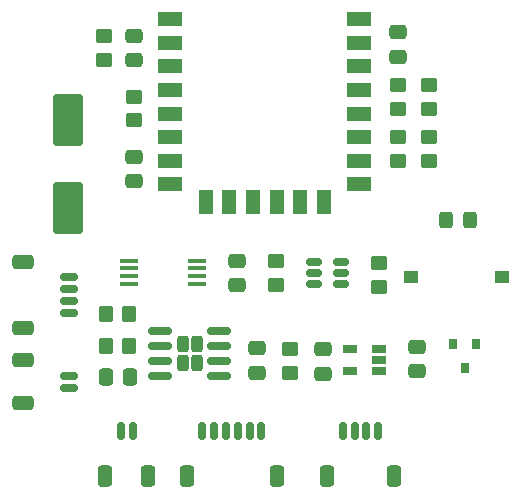
<source format=gbr>
%TF.GenerationSoftware,KiCad,Pcbnew,9.0.6-9.0.6~ubuntu22.04.1*%
%TF.CreationDate,2026-01-04T20:59:47+05:30*%
%TF.ProjectId,TWIN_NODE,5457494e-5f4e-44f4-9445-2e6b69636164,rev?*%
%TF.SameCoordinates,Original*%
%TF.FileFunction,Paste,Top*%
%TF.FilePolarity,Positive*%
%FSLAX46Y46*%
G04 Gerber Fmt 4.6, Leading zero omitted, Abs format (unit mm)*
G04 Created by KiCad (PCBNEW 9.0.6-9.0.6~ubuntu22.04.1) date 2026-01-04 20:59:47*
%MOMM*%
%LPD*%
G01*
G04 APERTURE LIST*
G04 Aperture macros list*
%AMRoundRect*
0 Rectangle with rounded corners*
0 $1 Rounding radius*
0 $2 $3 $4 $5 $6 $7 $8 $9 X,Y pos of 4 corners*
0 Add a 4 corners polygon primitive as box body*
4,1,4,$2,$3,$4,$5,$6,$7,$8,$9,$2,$3,0*
0 Add four circle primitives for the rounded corners*
1,1,$1+$1,$2,$3*
1,1,$1+$1,$4,$5*
1,1,$1+$1,$6,$7*
1,1,$1+$1,$8,$9*
0 Add four rect primitives between the rounded corners*
20,1,$1+$1,$2,$3,$4,$5,0*
20,1,$1+$1,$4,$5,$6,$7,0*
20,1,$1+$1,$6,$7,$8,$9,0*
20,1,$1+$1,$8,$9,$2,$3,0*%
G04 Aperture macros list end*
%ADD10RoundRect,0.250000X0.450000X-0.350000X0.450000X0.350000X-0.450000X0.350000X-0.450000X-0.350000X0*%
%ADD11RoundRect,0.250000X0.475000X-0.337500X0.475000X0.337500X-0.475000X0.337500X-0.475000X-0.337500X0*%
%ADD12RoundRect,0.050000X-0.730000X-0.150000X0.730000X-0.150000X0.730000X0.150000X-0.730000X0.150000X0*%
%ADD13RoundRect,0.150000X-0.150000X-0.625000X0.150000X-0.625000X0.150000X0.625000X-0.150000X0.625000X0*%
%ADD14RoundRect,0.250000X-0.350000X-0.650000X0.350000X-0.650000X0.350000X0.650000X-0.350000X0.650000X0*%
%ADD15RoundRect,0.250000X-0.255000X-0.440000X0.255000X-0.440000X0.255000X0.440000X-0.255000X0.440000X0*%
%ADD16RoundRect,0.150000X-0.825000X-0.150000X0.825000X-0.150000X0.825000X0.150000X-0.825000X0.150000X0*%
%ADD17RoundRect,0.250000X-0.475000X0.337500X-0.475000X-0.337500X0.475000X-0.337500X0.475000X0.337500X0*%
%ADD18RoundRect,0.250000X0.350000X0.450000X-0.350000X0.450000X-0.350000X-0.450000X0.350000X-0.450000X0*%
%ADD19RoundRect,0.250000X-0.450000X0.350000X-0.450000X-0.350000X0.450000X-0.350000X0.450000X0.350000X0*%
%ADD20RoundRect,0.150000X-0.625000X0.150000X-0.625000X-0.150000X0.625000X-0.150000X0.625000X0.150000X0*%
%ADD21RoundRect,0.250000X-0.650000X0.350000X-0.650000X-0.350000X0.650000X-0.350000X0.650000X0.350000X0*%
%ADD22RoundRect,0.250000X0.337500X0.475000X-0.337500X0.475000X-0.337500X-0.475000X0.337500X-0.475000X0*%
%ADD23RoundRect,0.250000X1.000000X-1.950000X1.000000X1.950000X-1.000000X1.950000X-1.000000X-1.950000X0*%
%ADD24RoundRect,0.250000X-0.325000X-0.450000X0.325000X-0.450000X0.325000X0.450000X-0.325000X0.450000X0*%
%ADD25R,2.000000X1.200000*%
%ADD26R,1.200000X2.000000*%
%ADD27R,1.250000X0.650000*%
%ADD28R,1.250000X1.000000*%
%ADD29R,0.802000X0.972000*%
%ADD30RoundRect,0.150000X0.512500X0.150000X-0.512500X0.150000X-0.512500X-0.150000X0.512500X-0.150000X0*%
G04 APERTURE END LIST*
D10*
%TO.C,R4*%
X164060000Y-86500000D03*
X164060000Y-84500000D03*
%TD*%
D11*
%TO.C,C4*%
X152000000Y-77752500D03*
X152000000Y-75677500D03*
%TD*%
D12*
%TO.C,Q1*%
X151620000Y-84467500D03*
X151620000Y-85117500D03*
X151620000Y-85767500D03*
X151620000Y-86417500D03*
X157380000Y-86417500D03*
X157380000Y-85767500D03*
X157380000Y-85117500D03*
X157380000Y-84467500D03*
%TD*%
D13*
%TO.C,J3*%
X150900000Y-98875000D03*
X151900000Y-98875000D03*
D14*
X149600000Y-102750000D03*
X153200000Y-102750000D03*
%TD*%
D15*
%TO.C,U2*%
X156125000Y-91532500D03*
X156125000Y-93182500D03*
X157325000Y-91532500D03*
X157325000Y-93182500D03*
D16*
X154250000Y-90452500D03*
X154250000Y-91722500D03*
X154250000Y-92992500D03*
X154250000Y-94262500D03*
X159200000Y-94262500D03*
X159200000Y-92992500D03*
X159200000Y-91722500D03*
X159200000Y-90452500D03*
%TD*%
D17*
%TO.C,C6*%
X152000000Y-65425000D03*
X152000000Y-67500000D03*
%TD*%
D10*
%TO.C,R10*%
X165200000Y-93962500D03*
X165200000Y-91962500D03*
%TD*%
%TO.C,R11*%
X172800000Y-86667500D03*
X172800000Y-84667500D03*
%TD*%
%TO.C,R9*%
X174400000Y-71600000D03*
X174400000Y-69600000D03*
%TD*%
D18*
%TO.C,R1*%
X151625000Y-91666250D03*
X149625000Y-91666250D03*
%TD*%
D10*
%TO.C,R3*%
X174400000Y-76000000D03*
X174400000Y-74000000D03*
%TD*%
D19*
%TO.C,R7*%
X149475000Y-65475000D03*
X149475000Y-67475000D03*
%TD*%
D20*
%TO.C,J4*%
X146500000Y-85890000D03*
X146500000Y-86890000D03*
X146500000Y-87890000D03*
X146500000Y-88890000D03*
D21*
X142625000Y-84590000D03*
X142625000Y-90190000D03*
%TD*%
D22*
%TO.C,C1*%
X151692500Y-94362500D03*
X149617500Y-94362500D03*
%TD*%
D11*
%TO.C,C8*%
X168000000Y-94037500D03*
X168000000Y-91962500D03*
%TD*%
D17*
%TO.C,C5*%
X160760000Y-84492500D03*
X160760000Y-86567500D03*
%TD*%
D13*
%TO.C,J1*%
X157800000Y-98875000D03*
X158800000Y-98875000D03*
X159800000Y-98875000D03*
X160800000Y-98875000D03*
X161800000Y-98875000D03*
X162800000Y-98875000D03*
D14*
X156500000Y-102750000D03*
X164100000Y-102750000D03*
%TD*%
D18*
%TO.C,R2*%
X151625000Y-89000000D03*
X149625000Y-89000000D03*
%TD*%
D23*
%TO.C,C3*%
X146400000Y-80000000D03*
X146400000Y-72600000D03*
%TD*%
D19*
%TO.C,R6*%
X152000000Y-70588750D03*
X152000000Y-72588750D03*
%TD*%
D11*
%TO.C,C7*%
X174400000Y-67200000D03*
X174400000Y-65125000D03*
%TD*%
D24*
%TO.C,D1*%
X178450000Y-81067500D03*
X180500000Y-81067500D03*
%TD*%
D11*
%TO.C,C2*%
X162400000Y-93970000D03*
X162400000Y-91895000D03*
%TD*%
D17*
%TO.C,C9*%
X176000000Y-91785000D03*
X176000000Y-93860000D03*
%TD*%
D25*
%TO.C,U1*%
X155100000Y-64020000D03*
X155100000Y-66020000D03*
X155100000Y-68020000D03*
X155100000Y-70020000D03*
X155100000Y-72020000D03*
X155100000Y-74020000D03*
X155100000Y-76020000D03*
X155100000Y-78020000D03*
D26*
X158100000Y-79500000D03*
X160100000Y-79500000D03*
X162100000Y-79500000D03*
X164100000Y-79500000D03*
X166100000Y-79500000D03*
X168100000Y-79500000D03*
D25*
X171100000Y-78020000D03*
X171100000Y-76020000D03*
X171100000Y-74020000D03*
X171100000Y-72020000D03*
X171100000Y-70020000D03*
X171100000Y-68020000D03*
X171100000Y-66020000D03*
X171100000Y-64020000D03*
%TD*%
D10*
%TO.C,R8*%
X177000000Y-71600000D03*
X177000000Y-69600000D03*
%TD*%
D19*
%TO.C,R5*%
X177000000Y-74000000D03*
X177000000Y-76000000D03*
%TD*%
D27*
%TO.C,IC1*%
X172800000Y-93842500D03*
X172800000Y-92902500D03*
X172800000Y-91962500D03*
X170300000Y-91962500D03*
X170300000Y-93842500D03*
%TD*%
D13*
%TO.C,J2*%
X169700000Y-98875000D03*
X170700000Y-98875000D03*
X171700000Y-98875000D03*
X172700000Y-98875000D03*
D14*
X168400000Y-102750000D03*
X174000000Y-102750000D03*
%TD*%
D20*
%TO.C,J5*%
X146500000Y-94230000D03*
X146500000Y-95230000D03*
D21*
X142625000Y-92930000D03*
X142625000Y-96530000D03*
%TD*%
D28*
%TO.C,SW1*%
X175450000Y-85867500D03*
X183200000Y-85867500D03*
%TD*%
D29*
%TO.C,T1*%
X180965200Y-91530500D03*
X179034800Y-91530500D03*
X180000000Y-93562500D03*
%TD*%
D30*
%TO.C,U3*%
X169567500Y-86467500D03*
X169567500Y-85517500D03*
X169567500Y-84567500D03*
X167292500Y-84567500D03*
X167292500Y-85517500D03*
X167292500Y-86467500D03*
%TD*%
M02*

</source>
